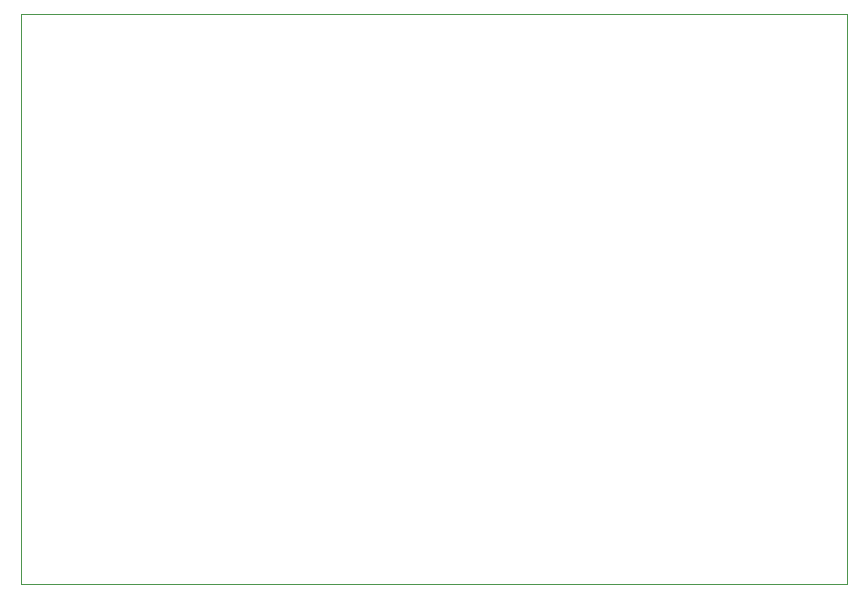
<source format=gm1>
G04 #@! TF.GenerationSoftware,KiCad,Pcbnew,7.0.11-7.0.11~ubuntu22.04.1*
G04 #@! TF.CreationDate,2024-04-10T12:23:30+02:00*
G04 #@! TF.ProjectId,pcb_rduhr_lderyck,7063625f-7264-4756-9872-5f6c64657279,rev?*
G04 #@! TF.SameCoordinates,Original*
G04 #@! TF.FileFunction,Profile,NP*
%FSLAX46Y46*%
G04 Gerber Fmt 4.6, Leading zero omitted, Abs format (unit mm)*
G04 Created by KiCad (PCBNEW 7.0.11-7.0.11~ubuntu22.04.1) date 2024-04-10 12:23:30*
%MOMM*%
%LPD*%
G01*
G04 APERTURE LIST*
G04 #@! TA.AperFunction,Profile*
%ADD10C,0.050000*%
G04 #@! TD*
G04 APERTURE END LIST*
D10*
X69400000Y-53500000D02*
X139300000Y-53500000D01*
X139300000Y-101800000D01*
X69400000Y-101800000D01*
X69400000Y-53500000D01*
M02*

</source>
